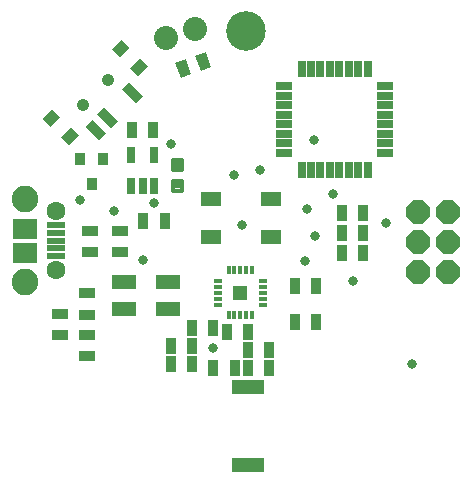
<source format=gts>
G75*
%MOIN*%
%OFA0B0*%
%FSLAX25Y25*%
%IPPOS*%
%LPD*%
%AMOC8*
5,1,8,0,0,1.08239X$1,22.5*
%
%ADD10C,0.13198*%
%ADD11R,0.05600X0.02800*%
%ADD12R,0.02800X0.05600*%
%ADD13R,0.03750X0.04143*%
%ADD14R,0.07100X0.04537*%
%ADD15R,0.03750X0.05324*%
%ADD16R,0.05324X0.03750*%
%ADD17C,0.08000*%
%ADD18R,0.02765X0.05324*%
%ADD19C,0.06309*%
%ADD20R,0.05915X0.02175*%
%ADD21R,0.08080X0.06506*%
%ADD22C,0.08868*%
%ADD23R,0.10600X0.04600*%
%ADD24R,0.04537X0.04537*%
%ADD25R,0.03159X0.01781*%
%ADD26R,0.01781X0.03159*%
%ADD27OC8,0.08000*%
%ADD28R,0.04537X0.03750*%
%ADD29R,0.03356X0.06506*%
%ADD30C,0.04143*%
%ADD31R,0.08080X0.04931*%
%ADD32C,0.01361*%
%ADD33C,0.03300*%
D10*
X0086458Y0165142D03*
D11*
X0099005Y0146760D03*
X0099005Y0143610D03*
X0099005Y0140461D03*
X0099005Y0137311D03*
X0099005Y0134161D03*
X0099005Y0131012D03*
X0099005Y0127862D03*
X0099005Y0124713D03*
X0132805Y0124713D03*
X0132805Y0127862D03*
X0132805Y0131012D03*
X0132805Y0134161D03*
X0132805Y0137311D03*
X0132805Y0140461D03*
X0132805Y0143610D03*
X0132805Y0146760D03*
D12*
X0126928Y0152636D03*
X0123779Y0152636D03*
X0120629Y0152636D03*
X0117480Y0152636D03*
X0114330Y0152636D03*
X0111180Y0152636D03*
X0108031Y0152636D03*
X0104881Y0152636D03*
X0104881Y0118836D03*
X0108031Y0118836D03*
X0111180Y0118836D03*
X0114330Y0118836D03*
X0117480Y0118836D03*
X0120629Y0118836D03*
X0123779Y0118836D03*
X0126928Y0118836D03*
D13*
X0038652Y0122585D03*
X0031171Y0122585D03*
X0034912Y0114317D03*
D14*
X0074579Y0109271D03*
X0074579Y0096673D03*
X0094870Y0096673D03*
X0094870Y0109271D03*
D15*
X0118407Y0104472D03*
X0118439Y0097867D03*
X0118323Y0091268D03*
X0125410Y0091268D03*
X0125525Y0097867D03*
X0125494Y0104472D03*
X0109674Y0080168D03*
X0102587Y0080168D03*
X0102587Y0068357D03*
X0109674Y0068357D03*
X0094185Y0058881D03*
X0094193Y0052939D03*
X0087107Y0052939D03*
X0082576Y0052914D03*
X0087099Y0058881D03*
X0087066Y0064742D03*
X0079979Y0064742D03*
X0075515Y0066194D03*
X0068429Y0066194D03*
X0068443Y0060175D03*
X0068443Y0054133D03*
X0061357Y0054133D03*
X0061357Y0060175D03*
X0075490Y0052914D03*
X0059281Y0101853D03*
X0052194Y0101853D03*
X0055416Y0132188D03*
X0048329Y0132188D03*
G36*
X0062728Y0154514D02*
X0066251Y0155796D01*
X0068072Y0150794D01*
X0064549Y0149512D01*
X0062728Y0154514D01*
G37*
G36*
X0069387Y0156937D02*
X0072910Y0158219D01*
X0074731Y0153217D01*
X0071208Y0151935D01*
X0069387Y0156937D01*
G37*
D16*
X0033296Y0056940D03*
X0033296Y0064026D03*
X0033296Y0070719D03*
X0033296Y0077806D03*
X0024275Y0070888D03*
X0024275Y0063801D03*
X0034214Y0091456D03*
X0034214Y0098542D03*
X0044469Y0098552D03*
X0044469Y0091465D03*
D17*
X0059754Y0162983D03*
X0069312Y0165923D03*
D18*
X0055616Y0123867D03*
X0048136Y0123867D03*
X0048136Y0113630D03*
X0051876Y0113630D03*
X0055616Y0113630D03*
D19*
X0023194Y0105144D03*
X0023194Y0085459D03*
D20*
X0023194Y0090183D03*
X0023194Y0092742D03*
X0023194Y0095301D03*
X0023194Y0097860D03*
X0023194Y0100419D03*
D21*
X0012564Y0099238D03*
X0012564Y0091364D03*
D22*
X0012605Y0081524D03*
X0012559Y0109096D03*
D23*
X0087062Y0046701D03*
X0087062Y0020701D03*
D24*
X0084482Y0077925D03*
D25*
X0091962Y0077925D03*
X0091962Y0079893D03*
X0091962Y0081862D03*
X0091962Y0075956D03*
X0091962Y0073988D03*
X0077002Y0073988D03*
X0077002Y0075956D03*
X0077002Y0077925D03*
X0077002Y0079893D03*
X0077002Y0081862D03*
D26*
X0080545Y0085405D03*
X0082513Y0085405D03*
X0084482Y0085405D03*
X0086450Y0085405D03*
X0088419Y0085405D03*
X0088419Y0070444D03*
X0086450Y0070444D03*
X0084482Y0070444D03*
X0082513Y0070444D03*
X0080545Y0070444D03*
D27*
X0143725Y0084976D03*
X0143725Y0094976D03*
X0153725Y0094976D03*
X0153725Y0084976D03*
X0153725Y0104976D03*
X0143725Y0104976D03*
D28*
G36*
X0047802Y0152976D02*
X0051008Y0156182D01*
X0053660Y0153530D01*
X0050454Y0150324D01*
X0047802Y0152976D01*
G37*
G36*
X0041678Y0159100D02*
X0044884Y0162306D01*
X0047536Y0159654D01*
X0044330Y0156448D01*
X0041678Y0159100D01*
G37*
G36*
X0018572Y0135994D02*
X0021778Y0139200D01*
X0024430Y0136548D01*
X0021224Y0133342D01*
X0018572Y0135994D01*
G37*
G36*
X0024696Y0129869D02*
X0027902Y0133075D01*
X0030554Y0130423D01*
X0027348Y0127217D01*
X0024696Y0129869D01*
G37*
D29*
G36*
X0032630Y0133347D02*
X0035003Y0135720D01*
X0039602Y0131121D01*
X0037229Y0128748D01*
X0032630Y0133347D01*
G37*
G36*
X0036806Y0137523D02*
X0039179Y0139896D01*
X0043778Y0135297D01*
X0041405Y0132924D01*
X0036806Y0137523D01*
G37*
G36*
X0045157Y0145875D02*
X0047530Y0148248D01*
X0052129Y0143649D01*
X0049756Y0141276D01*
X0045157Y0145875D01*
G37*
D30*
X0040292Y0148938D03*
X0031940Y0140586D03*
D31*
X0045713Y0081624D03*
X0045713Y0072569D03*
X0060279Y0072569D03*
X0060279Y0081624D03*
D32*
X0061889Y0115233D02*
X0065065Y0115233D01*
X0065065Y0112057D01*
X0061889Y0112057D01*
X0061889Y0115233D01*
X0061889Y0113417D02*
X0065065Y0113417D01*
X0065065Y0114777D02*
X0061889Y0114777D01*
X0061889Y0122138D02*
X0065065Y0122138D01*
X0065065Y0118962D01*
X0061889Y0118962D01*
X0061889Y0122138D01*
X0061889Y0120322D02*
X0065065Y0120322D01*
X0065065Y0121682D02*
X0061889Y0121682D01*
D33*
X0061335Y0127649D03*
X0055835Y0107819D03*
X0042269Y0105090D03*
X0031164Y0108958D03*
X0051972Y0089044D03*
X0075518Y0059693D03*
X0106205Y0088443D03*
X0109282Y0096832D03*
X0106582Y0105832D03*
X0115321Y0110848D03*
X0108982Y0128932D03*
X0090982Y0118732D03*
X0082407Y0117380D03*
X0085031Y0100651D03*
X0122056Y0081843D03*
X0133050Y0101153D03*
X0141741Y0054283D03*
M02*

</source>
